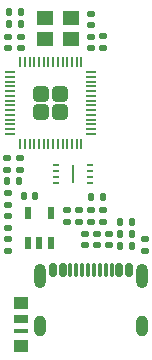
<source format=gbr>
%TF.GenerationSoftware,KiCad,Pcbnew,9.0.0*%
%TF.CreationDate,2025-06-10T15:00:40-04:00*%
%TF.ProjectId,aditBoard,61646974-426f-4617-9264-2e6b69636164,rev?*%
%TF.SameCoordinates,Original*%
%TF.FileFunction,Paste,Top*%
%TF.FilePolarity,Positive*%
%FSLAX46Y46*%
G04 Gerber Fmt 4.6, Leading zero omitted, Abs format (unit mm)*
G04 Created by KiCad (PCBNEW 9.0.0) date 2025-06-10 15:00:40*
%MOMM*%
%LPD*%
G01*
G04 APERTURE LIST*
G04 Aperture macros list*
%AMRoundRect*
0 Rectangle with rounded corners*
0 $1 Rounding radius*
0 $2 $3 $4 $5 $6 $7 $8 $9 X,Y pos of 4 corners*
0 Add a 4 corners polygon primitive as box body*
4,1,4,$2,$3,$4,$5,$6,$7,$8,$9,$2,$3,0*
0 Add four circle primitives for the rounded corners*
1,1,$1+$1,$2,$3*
1,1,$1+$1,$4,$5*
1,1,$1+$1,$6,$7*
1,1,$1+$1,$8,$9*
0 Add four rect primitives between the rounded corners*
20,1,$1+$1,$2,$3,$4,$5,0*
20,1,$1+$1,$4,$5,$6,$7,0*
20,1,$1+$1,$6,$7,$8,$9,0*
20,1,$1+$1,$8,$9,$2,$3,0*%
G04 Aperture macros list end*
%ADD10R,1.200000X1.000000*%
%ADD11R,1.200000X0.700000*%
%ADD12R,1.200000X0.450000*%
%ADD13R,0.580000X0.280000*%
%ADD14R,0.200000X1.600000*%
%ADD15R,0.620000X1.100000*%
%ADD16R,1.400000X1.200000*%
%ADD17RoundRect,0.140000X0.170000X-0.140000X0.170000X0.140000X-0.170000X0.140000X-0.170000X-0.140000X0*%
%ADD18RoundRect,0.135000X0.185000X-0.135000X0.185000X0.135000X-0.185000X0.135000X-0.185000X-0.135000X0*%
%ADD19RoundRect,0.140000X-0.140000X-0.170000X0.140000X-0.170000X0.140000X0.170000X-0.140000X0.170000X0*%
%ADD20RoundRect,0.140000X-0.170000X0.140000X-0.170000X-0.140000X0.170000X-0.140000X0.170000X0.140000X0*%
%ADD21RoundRect,0.249999X0.395001X0.395001X-0.395001X0.395001X-0.395001X-0.395001X0.395001X-0.395001X0*%
%ADD22RoundRect,0.050000X0.387500X0.050000X-0.387500X0.050000X-0.387500X-0.050000X0.387500X-0.050000X0*%
%ADD23RoundRect,0.050000X0.050000X0.387500X-0.050000X0.387500X-0.050000X-0.387500X0.050000X-0.387500X0*%
%ADD24RoundRect,0.135000X-0.185000X0.135000X-0.185000X-0.135000X0.185000X-0.135000X0.185000X0.135000X0*%
%ADD25RoundRect,0.135000X-0.135000X-0.185000X0.135000X-0.185000X0.135000X0.185000X-0.135000X0.185000X0*%
%ADD26RoundRect,0.150000X-0.150000X-0.425000X0.150000X-0.425000X0.150000X0.425000X-0.150000X0.425000X0*%
%ADD27RoundRect,0.075000X-0.075000X-0.500000X0.075000X-0.500000X0.075000X0.500000X-0.075000X0.500000X0*%
%ADD28O,1.000000X2.100000*%
%ADD29O,1.000000X1.800000*%
%ADD30RoundRect,0.135000X0.135000X0.185000X-0.135000X0.185000X-0.135000X-0.185000X0.135000X-0.185000X0*%
G04 APERTURE END LIST*
D10*
%TO.C,U1*%
X116175000Y-106250000D03*
D11*
X116175000Y-107600000D03*
D12*
X116175000Y-108625000D03*
D10*
X116175000Y-109850000D03*
%TD*%
D13*
%TO.C,U2*%
X121990000Y-96060000D03*
X121990000Y-95560000D03*
X121990000Y-95060000D03*
X121990000Y-94560000D03*
X119150000Y-94560000D03*
X119150000Y-95060000D03*
X119150000Y-95560000D03*
X119150000Y-96060000D03*
D14*
X120570000Y-95310000D03*
%TD*%
D15*
%TO.C,U4*%
X116750200Y-101202050D03*
X117700200Y-101202050D03*
X118650200Y-101202050D03*
X118650200Y-98602050D03*
X116750200Y-98602050D03*
%TD*%
D16*
%TO.C,Y1*%
X118160000Y-83880000D03*
X120360000Y-83880000D03*
X120360000Y-82120000D03*
X118160000Y-82120000D03*
%TD*%
D17*
%TO.C,C13*%
X116030000Y-94960000D03*
X116030000Y-94000000D03*
%TD*%
%TO.C,C11*%
X114990000Y-94970000D03*
X114990000Y-94010000D03*
%TD*%
D18*
%TO.C,R1*%
X122090000Y-99405000D03*
X122090000Y-98385000D03*
%TD*%
D19*
%TO.C,C2*%
X115150000Y-82670000D03*
X116110000Y-82670000D03*
%TD*%
%TO.C,C7*%
X115150000Y-81600000D03*
X116110000Y-81600000D03*
%TD*%
D20*
%TO.C,C10*%
X116150000Y-83700000D03*
X116150000Y-84660000D03*
%TD*%
D19*
%TO.C,C18*%
X116380000Y-97220000D03*
X117340000Y-97220000D03*
%TD*%
D21*
%TO.C,U3*%
X119470000Y-90117500D03*
X119470000Y-88517500D03*
X117870000Y-90117500D03*
X117870000Y-88517500D03*
D22*
X122107500Y-91917500D03*
X122107500Y-91517500D03*
X122107500Y-91117500D03*
X122107500Y-90717500D03*
X122107500Y-90317500D03*
X122107500Y-89917500D03*
X122107500Y-89517500D03*
X122107500Y-89117500D03*
X122107500Y-88717500D03*
X122107500Y-88317500D03*
X122107500Y-87917500D03*
X122107500Y-87517500D03*
X122107500Y-87117500D03*
X122107500Y-86717500D03*
D23*
X121270000Y-85880000D03*
X120870000Y-85880000D03*
X120470000Y-85880000D03*
X120070000Y-85880000D03*
X119670000Y-85880000D03*
X119270000Y-85880000D03*
X118870000Y-85880000D03*
X118470000Y-85880000D03*
X118070000Y-85880000D03*
X117670000Y-85880000D03*
X117270000Y-85880000D03*
X116870000Y-85880000D03*
X116470000Y-85880000D03*
X116070000Y-85880000D03*
D22*
X115232500Y-86717500D03*
X115232500Y-87117500D03*
X115232500Y-87517500D03*
X115232500Y-87917500D03*
X115232500Y-88317500D03*
X115232500Y-88717500D03*
X115232500Y-89117500D03*
X115232500Y-89517500D03*
X115232500Y-89917500D03*
X115232500Y-90317500D03*
X115232500Y-90717500D03*
X115232500Y-91117500D03*
X115232500Y-91517500D03*
X115232500Y-91917500D03*
D23*
X116070000Y-92755000D03*
X116470000Y-92755000D03*
X116870000Y-92755000D03*
X117270000Y-92755000D03*
X117670000Y-92755000D03*
X118070000Y-92755000D03*
X118470000Y-92755000D03*
X118870000Y-92755000D03*
X119270000Y-92755000D03*
X119670000Y-92755000D03*
X120070000Y-92755000D03*
X120470000Y-92755000D03*
X120870000Y-92755000D03*
X121270000Y-92755000D03*
%TD*%
D20*
%TO.C,C14*%
X115090000Y-83700000D03*
X115090000Y-84660000D03*
%TD*%
D17*
%TO.C,C6*%
X121575000Y-101350000D03*
X121575000Y-100390000D03*
%TD*%
D24*
%TO.C,R7*%
X123125000Y-84700000D03*
X123125000Y-83680000D03*
%TD*%
D20*
%TO.C,C12*%
X122050000Y-83740000D03*
X122050000Y-84700000D03*
%TD*%
D17*
%TO.C,C5*%
X122570000Y-101350000D03*
X122570000Y-100390000D03*
%TD*%
%TO.C,C17*%
X115090000Y-99875000D03*
X115090000Y-98915000D03*
%TD*%
D24*
%TO.C,R4*%
X115090000Y-100830000D03*
X115090000Y-101850000D03*
%TD*%
%TO.C,R5*%
X126660000Y-100830000D03*
X126660000Y-101850000D03*
%TD*%
D17*
%TO.C,C16*%
X123570000Y-101350000D03*
X123570000Y-100390000D03*
%TD*%
D18*
%TO.C,R3*%
X120060000Y-99400000D03*
X120060000Y-98380000D03*
%TD*%
D20*
%TO.C,C4*%
X122050000Y-81750000D03*
X122050000Y-82710000D03*
%TD*%
D18*
%TO.C,R2*%
X121080000Y-99400000D03*
X121080000Y-98380000D03*
%TD*%
D25*
%TO.C,R27*%
X124560000Y-99370000D03*
X125580000Y-99370000D03*
%TD*%
%TO.C,R29*%
X124560000Y-101410000D03*
X125580000Y-101410000D03*
%TD*%
D20*
%TO.C,C15*%
X123090000Y-98415000D03*
X123090000Y-99375000D03*
%TD*%
D26*
%TO.C,J1*%
X118875000Y-103425000D03*
X119675000Y-103425000D03*
D27*
X120825000Y-103425000D03*
X121825000Y-103425000D03*
X122325000Y-103425000D03*
X123325000Y-103425000D03*
D26*
X125275000Y-103425000D03*
X124475000Y-103425000D03*
D27*
X123825000Y-103425000D03*
X122825000Y-103425000D03*
X121325000Y-103425000D03*
X120325000Y-103425000D03*
D28*
X117755000Y-104000000D03*
D29*
X117755000Y-108180000D03*
D28*
X126395000Y-104000000D03*
D29*
X126395000Y-108180000D03*
%TD*%
D20*
%TO.C,C9*%
X115090000Y-96970000D03*
X115090000Y-97930000D03*
%TD*%
D30*
%TO.C,R25*%
X125580000Y-100390000D03*
X124560000Y-100390000D03*
%TD*%
D19*
%TO.C,C8*%
X114990000Y-95960000D03*
X115950000Y-95960000D03*
%TD*%
D25*
%TO.C,R6*%
X122055000Y-97250000D03*
X123075000Y-97250000D03*
%TD*%
M02*

</source>
